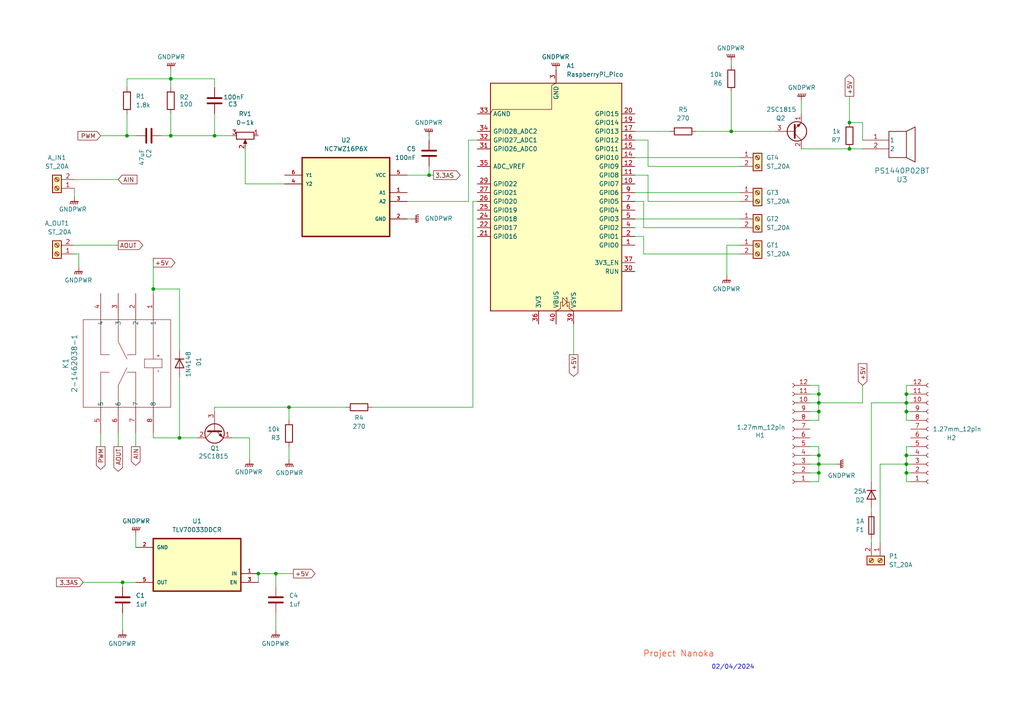
<source format=kicad_sch>
(kicad_sch (version 20250114) (generator "eeschema") (generator_version "9.0")
  (paper "A4")
  (lib_symbols
    (symbol "Symbols:1N4148" (pin_numbers (hide yes)) (pin_names (hide yes))
      (property "Reference" "D" (at 0 2.54 0))
      (property "Value" "1N4148" (at 0 -2.54 0))
      (symbol "1N4148_0_1"
        (polyline (pts (xy -1.27 1.27) (xy -1.27 -1.27)) (stroke (width 0.254)))
        (polyline (pts (xy 1.27 1.27) (xy 1.27 -1.27) (xy -1.27 0) (xy 1.27 1.27)) (stroke (width 0.254)))
        (polyline (pts (xy 1.27 0) (xy -1.27 0)))
      )
      (symbol "1N4148_1_1"
        (pin passive line (at -3.81 0 0) (length 2.54) (name "K") (number "1"))
        (pin passive line (at 3.81 0 180) (length 2.54) (name "A") (number "2"))
      )
    )
    (symbol "Symbols:2-1462038-1" (pin_names (offset 0.254))
      (property "Reference" "K" (at 20.32 10.16 0))
      (property "Value" "2-1462038-1" (at 20.32 7.62 0))
      (symbol "2-1462038-1_0_1"
        (polyline (pts (xy 7.62 5.08) (xy 7.62 -20.32)) (stroke (width 0.127)))
        (polyline (pts (xy 7.62 0) (xy 19.05 0)) (stroke (width 0.127)))
        (polyline (pts (xy 7.62 -5.08) (xy 17.78 -5.08)) (stroke (width 0.127)))
        (polyline (pts (xy 7.62 -10.16) (xy 13.97 -10.16)) (stroke (width 0.127)))
        (polyline (pts (xy 7.62 -20.32) (xy 33.02 -20.32)) (stroke (width 0.127)))
        (polyline (pts (xy 13.97 -10.16) (xy 19.05 -7.62)) (stroke (width 0.127)))
        (polyline (pts (xy 17.78 1.4288) (xy 18.415 1.4288)) (stroke (width 0.127)))
        (polyline (pts (xy 17.78 -5.08) (xy 17.78 -7.62)) (stroke (width 0.127)))
        (polyline (pts (xy 17.78 -12.7) (xy 17.78 -15.24)) (stroke (width 0.127)))
        (polyline (pts (xy 17.78 -15.24) (xy 7.62 -15.24)) (stroke (width 0.127)))
        (polyline (pts (xy 18.0975 1.7463) (xy 18.0975 1.1113)) (stroke (width 0.127)))
        (polyline (pts (xy 19.05 2.54) (xy 19.05 -2.54)) (stroke (width 0.127)))
        (polyline (pts (xy 19.05 -2.54) (xy 21.59 -2.54)) (stroke (width 0.127)))
        (polyline (pts (xy 21.59 2.54) (xy 19.05 2.54)) (stroke (width 0.127)))
        (polyline (pts (xy 21.59 0) (xy 33.02 0)) (stroke (width 0.127)))
        (polyline (pts (xy 21.59 -2.54) (xy 21.59 2.54)) (stroke (width 0.127)))
        (polyline (pts (xy 22.225 1.4288) (xy 22.86 1.4288)) (stroke (width 0.127)))
        (polyline (pts (xy 22.86 -5.08) (xy 33.02 -5.08)) (stroke (width 0.127)))
        (polyline (pts (xy 22.86 -7.62) (xy 22.86 -5.08)) (stroke (width 0.127)))
        (polyline (pts (xy 22.86 -15.24) (xy 22.86 -12.7)) (stroke (width 0.127)))
        (polyline (pts (xy 26.67 -10.16) (xy 21.59 -7.62)) (stroke (width 0.127)))
        (polyline (pts (xy 33.02 5.08) (xy 7.62 5.08)) (stroke (width 0.127)))
        (polyline (pts (xy 33.02 -10.16) (xy 26.67 -10.16)) (stroke (width 0.127)))
        (polyline (pts (xy 33.02 -15.24) (xy 22.86 -15.24)) (stroke (width 0.127)))
        (polyline (pts (xy 33.02 -20.32) (xy 33.02 5.08)) (stroke (width 0.127)))
        (pin unspecified line (at 0 0 0) (length 7.62) (name "1") (number "1"))
        (pin unspecified line (at 0 -5.08 0) (length 7.62) (name "2") (number "2"))
        (pin unspecified line (at 0 -10.16 0) (length 7.62) (name "3") (number "3"))
        (pin unspecified line (at 0 -15.24 0) (length 7.62) (name "4") (number "4"))
        (pin unspecified line (at 40.64 0 180) (length 7.62) (name "8") (number "8"))
        (pin unspecified line (at 40.64 -5.08 180) (length 7.62) (name "7") (number "7"))
        (pin unspecified line (at 40.64 -10.16 180) (length 7.62) (name "6") (number "6"))
        (pin unspecified line (at 40.64 -15.24 180) (length 7.62) (name "5") (number "5"))
      )
    )
    (symbol "Symbols:2SC1815" (pin_names (offset 0) (hide yes))
      (property "Reference" "Q" (at 5.08 1.905 0))
      (property "Value" "2SC1815" (at 5.08 0 0))
      (symbol "2SC1815_0_1"
        (polyline (pts (xy -2.54 0) (xy 0.635 0)))
        (polyline (pts (xy 0.635 1.905) (xy 0.635 -1.905)) (stroke (width 0.508)))
        (circle (center 1.27 0) (radius 2.8194) (stroke (width 0.254)))
      )
      (symbol "2SC1815_1_1"
        (polyline (pts (xy 0.635 0.635) (xy 2.54 2.54)))
        (polyline (pts (xy 0.635 -0.635) (xy 2.54 -2.54)))
        (polyline (pts (xy 1.27 -1.778) (xy 1.778 -1.27) (xy 2.286 -2.286) (xy 1.27 -1.778)) (fill (type outline)))
        (pin input line (at -5.08 0 0) (length 2.54) (name "B") (number "3"))
        (pin passive line (at 2.54 5.08 270) (length 2.54) (name "C") (number "2"))
        (pin passive line (at 2.54 -5.08 90) (length 2.54) (name "E") (number "1"))
      )
    )
    (symbol "Symbols:C" (pin_numbers (hide yes)) (pin_names (offset 0.254))
      (property "Reference" "C" (at 0.635 2.54 0))
      (property "Value" "C" (at 0.635 -2.54 0))
      (symbol "C_0_1"
        (polyline (pts (xy -2.032 0.762) (xy 2.032 0.762)) (stroke (width 0.508)))
        (polyline (pts (xy -2.032 -0.762) (xy 2.032 -0.762)) (stroke (width 0.508)))
      )
      (symbol "C_1_1"
        (pin passive line (at 0 3.81 270) (length 2.794) (name "~") (number "1"))
        (pin passive line (at 0 -3.81 90) (length 2.794) (name "~") (number "2"))
      )
    )
    (symbol "Symbols:Conn_01x12_Socket" (pin_names (offset 1.016) (hide yes))
      (property "Reference" "J" (at 0 15.24 0))
      (property "Value" "Conn_01x12_Socket" (at 0 -17.78 0))
      (symbol "Conn_01x12_Socket_1_1"
        (polyline (pts (xy -1.27 12.7) (xy -0.508 12.7)) (stroke (width 0.1524)))
        (polyline (pts (xy -1.27 10.16) (xy -0.508 10.16)) (stroke (width 0.1524)))
        (polyline (pts (xy -1.27 7.62) (xy -0.508 7.62)) (stroke (width 0.1524)))
        (polyline (pts (xy -1.27 5.08) (xy -0.508 5.08)) (stroke (width 0.1524)))
        (polyline (pts (xy -1.27 2.54) (xy -0.508 2.54)) (stroke (width 0.1524)))
        (polyline (pts (xy -1.27 0) (xy -0.508 0)) (stroke (width 0.1524)))
        (polyline (pts (xy -1.27 -2.54) (xy -0.508 -2.54)) (stroke (width 0.1524)))
        (polyline (pts (xy -1.27 -5.08) (xy -0.508 -5.08)) (stroke (width 0.1524)))
        (polyline (pts (xy -1.27 -7.62) (xy -0.508 -7.62)) (stroke (width 0.1524)))
        (polyline (pts (xy -1.27 -10.16) (xy -0.508 -10.16)) (stroke (width 0.1524)))
        (polyline (pts (xy -1.27 -12.7) (xy -0.508 -12.7)) (stroke (width 0.1524)))
        (polyline (pts (xy -1.27 -15.24) (xy -0.508 -15.24)) (stroke (width 0.1524)))
        (arc (start 0 12.192) (mid -0.5058 12.7) (end 0 13.208) (stroke (width 0.1524)))
        (arc (start 0 9.652) (mid -0.5058 10.16) (end 0 10.668) (stroke (width 0.1524)))
        (arc (start 0 7.112) (mid -0.5058 7.62) (end 0 8.128) (stroke (width 0.1524)))
        (arc (start 0 4.572) (mid -0.5058 5.08) (end 0 5.588) (stroke (width 0.1524)))
        (arc (start 0 2.032) (mid -0.5058 2.54) (end 0 3.048) (stroke (width 0.1524)))
        (arc (start 0 -0.508) (mid -0.5058 0) (end 0 0.508) (stroke (width 0.1524)))
        (arc (start 0 -3.048) (mid -0.5058 -2.54) (end 0 -2.032) (stroke (width 0.1524)))
        (arc (start 0 -5.588) (mid -0.5058 -5.08) (end 0 -4.572) (stroke (width 0.1524)))
        (arc (start 0 -8.128) (mid -0.5058 -7.62) (end 0 -7.112) (stroke (width 0.1524)))
        (arc (start 0 -10.668) (mid -0.5058 -10.16) (end 0 -9.652) (stroke (width 0.1524)))
        (arc (start 0 -13.208) (mid -0.5058 -12.7) (end 0 -12.192) (stroke (width 0.1524)))
        (arc (start 0 -15.748) (mid -0.5058 -15.24) (end 0 -14.732) (stroke (width 0.1524)))
        (pin passive line (at -5.08 12.7 0) (length 3.81) (name "Pin_1") (number "1"))
        (pin passive line (at -5.08 10.16 0) (length 3.81) (name "Pin_2") (number "2"))
        (pin passive line (at -5.08 7.62 0) (length 3.81) (name "Pin_3") (number "3"))
        (pin passive line (at -5.08 5.08 0) (length 3.81) (name "Pin_4") (number "4"))
        (pin passive line (at -5.08 2.54 0) (length 3.81) (name "Pin_5") (number "5"))
        (pin passive line (at -5.08 0 0) (length 3.81) (name "Pin_6") (number "6"))
        (pin passive line (at -5.08 -2.54 0) (length 3.81) (name "Pin_7") (number "7"))
        (pin passive line (at -5.08 -5.08 0) (length 3.81) (name "Pin_8") (number "8"))
        (pin passive line (at -5.08 -7.62 0) (length 3.81) (name "Pin_9") (number "9"))
        (pin passive line (at -5.08 -10.16 0) (length 3.81) (name "Pin_10") (number "10"))
        (pin passive line (at -5.08 -12.7 0) (length 3.81) (name "Pin_11") (number "11"))
        (pin passive line (at -5.08 -15.24 0) (length 3.81) (name "Pin_12") (number "12"))
      )
    )
    (symbol "Symbols:D" (pin_numbers (hide yes)) (pin_names (offset 1.016) (hide yes))
      (property "Reference" "D" (at 0 2.54 0))
      (property "Value" "D" (at 0 -2.54 0))
      (symbol "D_0_1"
        (polyline (pts (xy -1.27 1.27) (xy -1.27 -1.27)) (stroke (width 0.254)))
        (polyline (pts (xy 1.27 1.27) (xy 1.27 -1.27) (xy -1.27 0) (xy 1.27 1.27)) (stroke (width 0.254)))
        (polyline (pts (xy 1.27 0) (xy -1.27 0)))
      )
      (symbol "D_1_1"
        (pin passive line (at -3.81 0 0) (length 2.54) (name "K") (number "1"))
        (pin passive line (at 3.81 0 180) (length 2.54) (name "A") (number "2"))
      )
    )
    (symbol "Symbols:Fuse" (pin_numbers (hide yes)) (pin_names (offset 0))
      (property "Reference" "F" (at 2.032 0 90))
      (property "Value" "Fuse" (at -1.905 0 90))
      (symbol "Fuse_0_1"
        (rectangle (start -0.762 -2.54) (end 0.762 2.54) (stroke (width 0.254)))
        (polyline (pts (xy 0 2.54) (xy 0 -2.54)))
      )
      (symbol "Fuse_1_1"
        (pin passive line (at 0 3.81 270) (length 1.27) (name "~") (number "1"))
        (pin passive line (at 0 -3.81 90) (length 1.27) (name "~") (number "2"))
      )
    )
    (symbol "Symbols:GNDPWR" (power) (pin_numbers (hide yes)) (pin_names (offset 0) (hide yes))
      (property "Value" "GNDPWR" (at 0 -3.302 0))
      (symbol "GNDPWR_0_1"
        (polyline (pts (xy -1.016 -1.27) (xy -1.27 -2.032) (xy -1.27 -2.032)) (stroke (width 0.2032)))
        (polyline (pts (xy -0.508 -1.27) (xy -0.762 -2.032) (xy -0.762 -2.032)) (stroke (width 0.2032)))
        (polyline (pts (xy 0 -1.27) (xy 0 0)))
        (polyline (pts (xy 0 -1.27) (xy -0.254 -2.032) (xy -0.254 -2.032)) (stroke (width 0.2032)))
        (polyline (pts (xy 0.508 -1.27) (xy 0.254 -2.032) (xy 0.254 -2.032)) (stroke (width 0.2032)))
        (polyline (pts (xy 1.016 -1.27) (xy -1.016 -1.27) (xy -1.016 -1.27)) (stroke (width 0.2032)))
        (polyline (pts (xy 1.016 -1.27) (xy 0.762 -2.032) (xy 0.762 -2.032) (xy 0.762 -2.032)) (stroke (width 0.2032)))
      )
      (symbol "GNDPWR_1_1"
        (pin power_in line (at 0 0 270) (length 0) (name "~") (number "1"))
      )
    )
    (symbol "Symbols:NC7WZ16P6X" (pin_names (offset 1.016))
      (property "Reference" "U" (at -5.3662 10.2493 0))
      (property "Value" "NC7WZ16P6X" (at -5.2916 -18.7497 0))
      (symbol "NC7WZ16P6X_0_0"
        (rectangle (start -12.7 7.62) (end 12.7 -15.24) (stroke (width 0.4064)) (fill (type background)))
        (pin power_in line (at -17.78 2.54 0) (length 5.08) (name "VCC") (number "5"))
        (pin input line (at -17.78 -2.54 0) (length 5.08) (name "A1") (number "1"))
        (pin input line (at -17.78 -5.08 0) (length 5.08) (name "A2") (number "3"))
        (pin passive line (at -17.78 -10.16 0) (length 5.08) (name "GND") (number "2"))
        (pin output line (at 17.78 2.54 180) (length 5.08) (name "Y1") (number "6"))
        (pin output line (at 17.78 0 180) (length 5.08) (name "Y2") (number "4"))
      )
    )
    (symbol "Symbols:PS1440P02BT" (pin_names (offset 0.254))
      (property "Reference" "U" (at 7.62 7.62 0))
      (property "Value" "PS1440P02BT" (at 20.32 7.62 0))
      (symbol "PS1440P02BT_0_1"
        (polyline (pts (xy 7.62 2.54) (xy 7.62 -5.08)) (stroke (width 0.2032)))
        (polyline (pts (xy 7.62 -5.08) (xy 12.7 -5.08)) (stroke (width 0.2032)))
        (polyline (pts (xy 12.7 2.54) (xy 7.62 2.54)) (stroke (width 0.2032)))
        (polyline (pts (xy 12.7 2.54) (xy 15.24 3.81)) (stroke (width 0.2032)))
        (polyline (pts (xy 12.7 -5.08) (xy 12.7 2.54)) (stroke (width 0.2032)))
        (polyline (pts (xy 15.24 3.81) (xy 15.24 -6.35)) (stroke (width 0.2032)))
        (polyline (pts (xy 15.24 -6.35) (xy 12.7 -5.08)) (stroke (width 0.2032)))
        (pin unspecified line (at 0 0 0) (length 7.62) (name "1") (number "1"))
        (pin unspecified line (at 0 -2.54 0) (length 7.62) (name "2") (number "2"))
      )
    )
    (symbol "Symbols:R" (pin_numbers (hide yes)) (pin_names (offset 0))
      (property "Reference" "R" (at 2.032 0 90))
      (property "Value" "R" (at 0 0 90))
      (symbol "R_0_1"
        (rectangle (start -1.016 -2.54) (end 1.016 2.54) (stroke (width 0.254)))
      )
      (symbol "R_1_1"
        (pin passive line (at 0 3.81 270) (length 1.27) (name "~") (number "1"))
        (pin passive line (at 0 -3.81 90) (length 1.27) (name "~") (number "2"))
      )
    )
    (symbol "Symbols:R_Potentiometer" (pin_names (offset 1.016) (hide yes))
      (property "Reference" "RV" (at -4.445 0 90))
      (property "Value" "R_Potentiometer" (at -2.54 0 90))
      (symbol "R_Potentiometer_0_1"
        (rectangle (start 1.016 2.54) (end -1.016 -2.54) (stroke (width 0.254)))
        (polyline (pts (xy 1.143 0) (xy 2.286 0.508) (xy 2.286 -0.508) (xy 1.143 0)) (fill (type outline)))
        (polyline (pts (xy 2.54 0) (xy 1.524 0)))
      )
      (symbol "R_Potentiometer_1_1"
        (pin passive line (at 0 3.81 270) (length 1.27) (name "1") (number "1"))
        (pin passive line (at 0 -3.81 90) (length 1.27) (name "3") (number "3"))
        (pin passive line (at 3.81 0 180) (length 1.27) (name "2") (number "2"))
      )
    )
    (symbol "Symbols:RaspberryPi_Pico" (pin_names (offset 0.762))
      (property "Reference" "A" (at -19.05 35.56 0))
      (property "Value" "RaspberryPi_Pico" (at 7.62 35.56 0))
      (symbol "RaspberryPi_Pico_0_1"
        (rectangle (start -19.05 34.29) (end 19.05 -31.75) (stroke (width 0.254)) (fill (type background)))
        (polyline (pts (xy -5.08 34.29) (xy -3.81 33.655) (xy -3.81 31.75) (xy -3.175 31.75)))
        (polyline (pts (xy -3.429 32.766) (xy -3.429 33.02) (xy -3.175 33.02) (xy -3.175 30.48) (xy -2.921 30.48) (xy -2.921 30.734)))
        (polyline (pts (xy -3.175 31.75) (xy -1.905 33.02) (xy -1.905 30.48) (xy -3.175 31.75)))
        (polyline (pts (xy 0 34.29) (xy -1.27 33.655) (xy -1.27 31.75) (xy -1.905 31.75)))
        (polyline (pts (xy 0 -31.75) (xy 1.27 -31.115) (xy 1.27 -24.13) (xy 18.415 -24.13) (xy 19.05 -22.86)))
      )
      (symbol "RaspberryPi_Pico_1_1"
        (pin passive line (at -22.86 22.86 0) (length 3.81) (name "RUN") (number "30"))
        (pin passive line (at -22.86 20.32 0) (length 3.81) (name "3V3_EN") (number "37"))
        (pin bidirectional line (at -22.86 15.24 0) (length 3.81) (name "GPIO0") (number "1"))
        (pin bidirectional line (at -22.86 12.7 0) (length 3.81) (name "GPIO1") (number "2"))
        (pin bidirectional line (at -22.86 10.16 0) (length 3.81) (name "GPIO2") (number "4"))
        (pin bidirectional line (at -22.86 7.62 0) (length 3.81) (name "GPIO3") (number "5"))
        (pin bidirectional line (at -22.86 5.08 0) (length 3.81) (name "GPIO4") (number "6"))
        (pin bidirectional line (at -22.86 2.54 0) (length 3.81) (name "GPIO5") (number "7"))
        (pin bidirectional line (at -22.86 0 0) (length 3.81) (name "GPIO6") (number "9"))
        (pin bidirectional line (at -22.86 -2.54 0) (length 3.81) (name "GPIO7") (number "10"))
        (pin bidirectional line (at -22.86 -5.08 0) (length 3.81) (name "GPIO8") (number "11"))
        (pin bidirectional line (at -22.86 -7.62 0) (length 3.81) (name "GPIO9") (number "12"))
        (pin bidirectional line (at -22.86 -10.16 0) (length 3.81) (name "GPIO10") (number "14"))
        (pin bidirectional line (at -22.86 -12.7 0) (length 3.81) (name "GPIO11") (number "15"))
        (pin bidirectional line (at -22.86 -15.24 0) (length 3.81) (name "GPIO12") (number "16"))
        (pin bidirectional line (at -22.86 -17.78 0) (length 3.81) (name "GPIO13") (number "17"))
        (pin bidirectional line (at -22.86 -20.32 0) (length 3.81) (name "GPIO14") (number "19"))
        (pin bidirectional line (at -22.86 -22.86 0) (length 3.81) (name "GPIO15") (number "20"))
        (pin power_in line (at -5.08 38.1 270) (length 3.81) (name "VSYS") (number "39"))
        (pin power_out line (at 0 38.1 270) (length 3.81) (name "VBUS") (number "40"))
        (pin passive line (at 0 -35.56 90) (length 3.81) (hide yes) (name "GND") (number "13"))
        (pin passive line (at 0 -35.56 90) (length 3.81) (hide yes) (name "GND") (number "18"))
        (pin passive line (at 0 -35.56 90) (length 3.81) (hide yes) (name "GND") (number "23"))
        (pin passive line (at 0 -35.56 90) (length 3.81) (hide yes) (name "GND") (number "28"))
        (pin power_out line (at 0 -35.56 90) (length 3.81) (name "GND") (number "3"))
        (pin passive line (at 0 -35.56 90) (length 3.81) (hide yes) (name "GND") (number "38"))
        (pin passive line (at 0 -35.56 90) (length 3.81) (hide yes) (name "GND") (number "8"))
        (pin power_out line (at 5.08 38.1 270) (length 3.81) (name "3V3") (number "36"))
        (pin bidirectional line (at 22.86 12.7 180) (length 3.81) (name "GPIO16") (number "21"))
        (pin bidirectional line (at 22.86 10.16 180) (length 3.81) (name "GPIO17") (number "22"))
        (pin bidirectional line (at 22.86 7.62 180) (length 3.81) (name "GPIO18") (number "24"))
        (pin bidirectional line (at 22.86 5.08 180) (length 3.81) (name "GPIO19") (number "25"))
        (pin bidirectional line (at 22.86 2.54 180) (length 3.81) (name "GPIO20") (number "26"))
        (pin bidirectional line (at 22.86 0 180) (length 3.81) (name "GPIO21") (number "27"))
        (pin bidirectional line (at 22.86 -2.54 180) (length 3.81) (name "GPIO22") (number "29"))
        (pin power_in line (at 22.86 -7.62 180) (length 3.81) (name "ADC_VREF") (number "35"))
        (pin bidirectional line (at 22.86 -12.7 180) (length 3.81) (name "GPIO26_ADC0") (number "31"))
        (pin bidirectional line (at 22.86 -15.24 180) (length 3.81) (name "GPIO27_ADC1") (number "32"))
        (pin bidirectional line (at 22.86 -17.78 180) (length 3.81) (name "GPIO28_ADC2") (number "34"))
        (pin power_out line (at 22.86 -22.86 180) (length 3.81) (name "AGND") (number "33"))
      )
    )
    (symbol "Symbols:Screw_Terminal_01x02" (pin_names (offset 1.016) (hide yes))
      (property "Reference" "J" (at 0 2.54 0))
      (property "Value" "Screw_Terminal_01x02" (at 0 -5.08 0))
      (symbol "Screw_Terminal_01x02_1_1"
        (rectangle (start -1.27 1.27) (end 1.27 -3.81) (stroke (width 0.254)) (fill (type background)))
        (polyline (pts (xy -0.5334 0.3302) (xy 0.3302 -0.508)) (stroke (width 0.1524)))
        (polyline (pts (xy -0.5334 -2.2098) (xy 0.3302 -3.048)) (stroke (width 0.1524)))
        (polyline (pts (xy -0.3556 0.508) (xy 0.508 -0.3302)) (stroke (width 0.1524)))
        (polyline (pts (xy -0.3556 -2.032) (xy 0.508 -2.8702)) (stroke (width 0.1524)))
        (circle (center 0 0) (radius 0.635) (stroke (width 0.1524)))
        (circle (center 0 -2.54) (radius 0.635) (stroke (width 0.1524)))
        (pin passive line (at -5.08 0 0) (length 3.81) (name "Pin_1") (number "1"))
        (pin passive line (at -5.08 -2.54 0) (length 3.81) (name "Pin_2") (number "2"))
      )
    )
    (symbol "Symbols:TLV70033DDCR" (pin_names (offset 1.016))
      (property "Reference" "VR" (at -12.7 8.62 0))
      (property "Value" "TLV70033DDCR" (at -12.7 -11.62 0))
      (symbol "TLV70033DDCR_0_0"
        (rectangle (start -12.7 -7.62) (end 12.7 7.62) (stroke (width 0.41)) (fill (type background)))
        (pin input line (at -17.78 5.08 0) (length 5.08) (name "EN") (number "3"))
        (pin input line (at -17.78 2.54 0) (length 5.08) (name "IN") (number "1"))
        (pin output line (at 17.78 5.08 180) (length 5.08) (name "OUT") (number "5"))
        (pin power_in line (at 17.78 -5.08 180) (length 5.08) (name "GND") (number "2"))
      )
    )
  )
  (text "Project Nanoka" (at 196.85 189.738 0) (effects (font (size 1.778 1.778))))
  (text "02/04/2024" (at 212.598 193.548 0) (effects (font (size 1.27 1.27))))
  (junction (at 237.49 134.62))
  (junction (at 52.07 127))
  (junction (at 246.38 43.18))
  (junction (at 83.82 118.11))
  (junction (at 237.49 116.84))
  (junction (at 44.45 83.82))
  (junction (at 237.49 132.08))
  (junction (at 237.49 114.3))
  (junction (at 36.83 39.37))
  (junction (at 262.89 119.38))
  (junction (at 62.23 39.37))
  (junction (at 49.53 39.37))
  (junction (at 262.89 132.08))
  (junction (at 212.09 38.1))
  (junction (at 262.89 114.3))
  (junction (at 237.49 137.16))
  (junction (at 237.49 119.38))
  (junction (at 74.93 166.37))
  (junction (at 49.53 22.86))
  (junction (at 246.38 35.56))
  (junction (at 262.89 116.84))
  (junction (at 262.89 137.16))
  (junction (at 262.89 134.62))
  (junction (at 124.46 50.8))
  (junction (at 80.01 166.37))
  (junction (at 35.56 168.91))
  (wire (pts (xy 39.37 154.94) (xy 39.37 158.75)))
  (wire (pts (xy 22.86 73.66) (xy 22.86 77.47)))
  (wire (pts (xy 52.07 127) (xy 57.15 127)))
  (wire (pts (xy 262.89 119.38) (xy 264.16 119.38)))
  (wire (pts (xy 80.01 166.37) (xy 80.01 170.18)))
  (wire (pts (xy 83.82 118.11) (xy 100.33 118.11)))
  (wire (pts (xy 186.69 58.42) (xy 186.69 66.04)))
  (wire (pts (xy 262.89 116.84) (xy 262.89 119.38)))
  (wire (pts (xy 49.53 22.86) (xy 62.23 22.86)))
  (wire (pts (xy 125.73 50.8) (xy 124.46 50.8)))
  (wire (pts (xy 187.96 40.64) (xy 184.15 40.64)))
  (wire (pts (xy 80.01 166.37) (xy 85.09 166.37)))
  (wire (pts (xy 83.82 118.11) (xy 83.82 121.92)))
  (wire (pts (xy 137.16 118.11) (xy 137.16 58.42)))
  (wire (pts (xy 71.12 53.34) (xy 82.55 53.34)))
  (wire (pts (xy 184.15 38.1) (xy 194.31 38.1)))
  (wire (pts (xy 187.96 48.26) (xy 187.96 40.64)))
  (wire (pts (xy 62.23 22.86) (xy 62.23 25.4)))
  (wire (pts (xy 262.89 134.62) (xy 264.16 134.62)))
  (wire (pts (xy 201.93 38.1) (xy 212.09 38.1)))
  (wire (pts (xy 234.95 114.3) (xy 237.49 114.3)))
  (wire (pts (xy 21.59 73.66) (xy 22.86 73.66)))
  (wire (pts (xy 35.56 177.8) (xy 35.56 182.88)))
  (wire (pts (xy 21.59 54.61) (xy 21.59 57.15)))
  (wire (pts (xy 39.37 125.73) (xy 39.37 129.54)))
  (wire (pts (xy 262.89 137.16) (xy 264.16 137.16)))
  (wire (pts (xy 124.46 39.37) (xy 124.46 40.64)))
  (wire (pts (xy 255.27 157.48) (xy 255.27 134.62)))
  (wire (pts (xy 24.13 168.91) (xy 35.56 168.91)))
  (wire (pts (xy 21.59 52.07) (xy 34.29 52.07)))
  (wire (pts (xy 52.07 127) (xy 52.07 109.22)))
  (wire (pts (xy 119.38 63.5) (xy 118.11 63.5)))
  (wire (pts (xy 234.95 116.84) (xy 237.49 116.84)))
  (wire (pts (xy 186.69 73.66) (xy 186.69 68.58)))
  (wire (pts (xy 237.49 132.08) (xy 237.49 134.62)))
  (wire (pts (xy 237.49 116.84) (xy 237.49 119.38)))
  (wire (pts (xy 184.15 63.5) (xy 214.63 63.5)))
  (wire (pts (xy 62.23 33.02) (xy 62.23 39.37)))
  (wire (pts (xy 262.89 116.84) (xy 264.16 116.84)))
  (wire (pts (xy 74.93 166.37) (xy 80.01 166.37)))
  (wire (pts (xy 83.82 129.54) (xy 83.82 133.35)))
  (wire (pts (xy 262.89 132.08) (xy 262.89 134.62)))
  (wire (pts (xy 262.89 119.38) (xy 262.89 121.92)))
  (wire (pts (xy 250.19 35.56) (xy 250.19 40.64)))
  (wire (pts (xy 52.07 83.82) (xy 44.45 83.82)))
  (wire (pts (xy 262.89 134.62) (xy 262.89 137.16)))
  (wire (pts (xy 36.83 22.86) (xy 36.83 25.4)))
  (wire (pts (xy 137.16 58.42) (xy 138.43 58.42)))
  (wire (pts (xy 44.45 83.82) (xy 44.45 85.09)))
  (wire (pts (xy 212.09 26.67) (xy 212.09 38.1)))
  (wire (pts (xy 49.53 20.32) (xy 49.53 22.86)))
  (wire (pts (xy 252.73 147.32) (xy 252.73 148.59)))
  (wire (pts (xy 34.29 125.73) (xy 34.29 129.54)))
  (wire (pts (xy 62.23 118.11) (xy 62.23 119.38)))
  (wire (pts (xy 44.45 76.2) (xy 44.45 83.82)))
  (wire (pts (xy 80.01 177.8) (xy 80.01 182.88)))
  (wire (pts (xy 71.12 43.18) (xy 71.12 53.34)))
  (wire (pts (xy 234.95 134.62) (xy 237.49 134.62)))
  (wire (pts (xy 237.49 134.62) (xy 242.57 134.62)))
  (wire (pts (xy 214.63 73.66) (xy 186.69 73.66)))
  (wire (pts (xy 234.95 129.54) (xy 237.49 129.54)))
  (wire (pts (xy 135.89 58.42) (xy 135.89 40.64)))
  (wire (pts (xy 210.82 71.12) (xy 210.82 80.01)))
  (wire (pts (xy 237.49 134.62) (xy 237.49 137.16)))
  (wire (pts (xy 49.53 22.86) (xy 49.53 25.4)))
  (wire (pts (xy 186.69 58.42) (xy 184.15 58.42)))
  (wire (pts (xy 72.39 133.35) (xy 72.39 127)))
  (wire (pts (xy 36.83 22.86) (xy 49.53 22.86)))
  (wire (pts (xy 35.56 168.91) (xy 39.37 168.91)))
  (wire (pts (xy 250.19 111.76) (xy 250.19 116.84)))
  (wire (pts (xy 46.99 39.37) (xy 49.53 39.37)))
  (wire (pts (xy 74.93 166.37) (xy 74.93 168.91)))
  (wire (pts (xy 255.27 134.62) (xy 262.89 134.62)))
  (wire (pts (xy 62.23 39.37) (xy 67.31 39.37)))
  (wire (pts (xy 262.89 121.92) (xy 264.16 121.92)))
  (wire (pts (xy 214.63 58.42) (xy 187.96 58.42)))
  (wire (pts (xy 250.19 43.18) (xy 246.38 43.18)))
  (wire (pts (xy 49.53 39.37) (xy 62.23 39.37)))
  (wire (pts (xy 184.15 55.88) (xy 214.63 55.88)))
  (wire (pts (xy 52.07 127) (xy 44.45 127)))
  (wire (pts (xy 83.82 118.11) (xy 62.23 118.11)))
  (wire (pts (xy 135.89 40.64) (xy 138.43 40.64)))
  (wire (pts (xy 237.49 121.92) (xy 234.95 121.92)))
  (wire (pts (xy 234.95 137.16) (xy 237.49 137.16)))
  (wire (pts (xy 250.19 35.56) (xy 246.38 35.56)))
  (wire (pts (xy 252.73 116.84) (xy 252.73 139.7)))
  (wire (pts (xy 246.38 27.94) (xy 246.38 35.56)))
  (wire (pts (xy 234.95 119.38) (xy 237.49 119.38)))
  (wire (pts (xy 36.83 33.02) (xy 36.83 39.37)))
  (wire (pts (xy 49.53 33.02) (xy 49.53 39.37)))
  (wire (pts (xy 212.09 17.78) (xy 212.09 19.05)))
  (wire (pts (xy 252.73 116.84) (xy 262.89 116.84)))
  (wire (pts (xy 234.95 132.08) (xy 237.49 132.08)))
  (wire (pts (xy 262.89 129.54) (xy 262.89 132.08)))
  (wire (pts (xy 166.37 93.98) (xy 166.37 102.87)))
  (wire (pts (xy 237.49 114.3) (xy 237.49 116.84)))
  (wire (pts (xy 118.11 50.8) (xy 124.46 50.8)))
  (wire (pts (xy 124.46 48.26) (xy 124.46 50.8)))
  (wire (pts (xy 186.69 68.58) (xy 184.15 68.58)))
  (wire (pts (xy 262.89 111.76) (xy 264.16 111.76)))
  (wire (pts (xy 44.45 127) (xy 44.45 125.73)))
  (wire (pts (xy 252.73 156.21) (xy 252.73 157.48)))
  (wire (pts (xy 214.63 48.26) (xy 187.96 48.26)))
  (wire (pts (xy 187.96 58.42) (xy 187.96 50.8)))
  (wire (pts (xy 107.95 118.11) (xy 137.16 118.11)))
  (wire (pts (xy 72.39 127) (xy 67.31 127)))
  (wire (pts (xy 262.89 139.7) (xy 264.16 139.7)))
  (wire (pts (xy 262.89 114.3) (xy 264.16 114.3)))
  (wire (pts (xy 237.49 137.16) (xy 237.49 139.7)))
  (wire (pts (xy 36.83 39.37) (xy 39.37 39.37)))
  (wire (pts (xy 262.89 111.76) (xy 262.89 114.3)))
  (wire (pts (xy 29.21 125.73) (xy 29.21 129.54)))
  (wire (pts (xy 36.83 39.37) (xy 29.21 39.37)))
  (wire (pts (xy 262.89 114.3) (xy 262.89 116.84)))
  (wire (pts (xy 34.29 71.12) (xy 21.59 71.12)))
  (wire (pts (xy 118.11 58.42) (xy 135.89 58.42)))
  (wire (pts (xy 184.15 45.72) (xy 214.63 45.72)))
  (wire (pts (xy 234.95 139.7) (xy 237.49 139.7)))
  (wire (pts (xy 246.38 43.18) (xy 232.41 43.18)))
  (wire (pts (xy 262.89 132.08) (xy 264.16 132.08)))
  (wire (pts (xy 262.89 137.16) (xy 262.89 139.7)))
  (wire (pts (xy 237.49 129.54) (xy 237.49 132.08)))
  (wire (pts (xy 237.49 119.38) (xy 237.49 121.92)))
  (wire (pts (xy 214.63 71.12) (xy 210.82 71.12)))
  (wire (pts (xy 234.95 111.76) (xy 237.49 111.76)))
  (wire (pts (xy 35.56 168.91) (xy 35.56 170.18)))
  (wire (pts (xy 237.49 116.84) (xy 250.19 116.84)))
  (wire (pts (xy 212.09 38.1) (xy 224.79 38.1)))
  (wire (pts (xy 264.16 129.54) (xy 262.89 129.54)))
  (wire (pts (xy 232.41 33.02) (xy 232.41 29.21)))
  (wire (pts (xy 187.96 50.8) (xy 184.15 50.8)))
  (wire (pts (xy 237.49 111.76) (xy 237.49 114.3)))
  (wire (pts (xy 214.63 66.04) (xy 186.69 66.04)))
  (wire (pts (xy 52.07 101.6) (xy 52.07 83.82)))
  (global_label "+5V" (shape input) (at 250.19 111.76 90) (property "Intersheetrefs" "${INTERSHEET_REFS}" (effects (hide yes))))
  (global_label "AOUT" (shape output) (at 34.29 71.12 0) (property "Intersheetrefs" "${INTERSHEET_REFS}" (effects (hide yes))))
  (global_label "AIN" (shape input) (at 34.29 52.07 0) (property "Intersheetrefs" "${INTERSHEET_REFS}" (effects (hide yes))))
  (global_label "AOUT" (shape output) (at 34.29 129.54 270) (property "Intersheetrefs" "${INTERSHEET_REFS}" (effects (hide yes))))
  (global_label "+5V" (shape output) (at 44.45 76.2 0) (property "Intersheetrefs" "${INTERSHEET_REFS}" (effects (hide yes))))
  (global_label "PWM" (shape output) (at 29.21 129.54 270) (property "Intersheetrefs" "${INTERSHEET_REFS}" (effects (hide yes))))
  (global_label "+5V" (shape output) (at 85.09 166.37 0) (property "Intersheetrefs" "${INTERSHEET_REFS}" (effects (hide yes))))
  (global_label "+5V" (shape output) (at 246.38 27.94 90) (property "Intersheetrefs" "${INTERSHEET_REFS}" (effects (hide yes))))
  (global_label "+5V" (shape output) (at 166.37 102.87 270) (property "Intersheetrefs" "${INTERSHEET_REFS}" (effects (hide yes))))
  (global_label "3.3AS" (shape input) (at 24.13 168.91 180) (property "Intersheetrefs" "${INTERSHEET_REFS}" (effects (hide yes))))
  (global_label "AIN" (shape output) (at 39.37 129.54 270) (property "Intersheetrefs" "${INTERSHEET_REFS}" (effects (hide yes))))
  (global_label "PWM" (shape input) (at 29.21 39.37 180) (property "Intersheetrefs" "${INTERSHEET_REFS}" (effects (hide yes))))
  (global_label "3.3AS" (shape output) (at 125.73 50.8 0) (property "Intersheetrefs" "${INTERSHEET_REFS}" (effects (hide yes))))
  (symbol (lib_id "Symbols:GNDPWR") (at 35.56 182.88 0) (unit 1)
    (property "Reference" "#PWR03" (effects (hide yes)))
    (property "Value" "GNDPWR" (at 35.433 186.69 0))
    (property "Description" "Power symbol creates a global label with name \"GNDPWR\" , global ground" (effects (hide yes)))
  )
  (symbol (lib_id "Symbols:R_Potentiometer") (at 71.12 39.37 270) (unit 1)
    (property "Reference" "RV1" (at 71.12 33.02 90))
    (property "Value" "0-1k" (at 71.12 35.56 90))
    (property "Footprint" "Footprints:TRIM_3310Y-101-102L" (effects (hide yes)))
    (property "Description" "Potentiometer" (effects (hide yes)))
  )
  (symbol (lib_id "Symbols:Screw_Terminal_01x02") (at 16.51 73.66 180) (unit 1)
    (property "Reference" "A_OUT1" (at 16.51 64.77 0))
    (property "Value" "ST_20A" (at 17.272 67.31 0))
    (property "Footprint" "Footprints:CONN_1935161_PXC" (effects (hide yes)))
    (property "Description" "Generic screw terminal, single row, 01x02, script generated (kicad-library-utils/schlib/autogen/connector/)" (effects (hide yes)))
  )
  (symbol (lib_id "Symbols:Conn_01x12_Socket") (at 229.87 127 180) (unit 1)
    (property "Reference" "H1" (at 220.472 126.238 0))
    (property "Value" "1.27mm_12pin" (at 220.726 123.952 0))
    (property "Footprint" "Footprints:PinHeader_1x12_P1.27mm_Vertical_Modded" (effects (hide yes)))
    (property "Description" "Generic connector, single row, 01x12, script generated" (effects (hide yes)))
  )
  (symbol (lib_id "Symbols:R") (at 212.09 22.86 180) (unit 1)
    (property "Reference" "R6" (at 209.55 24.1301 0) (effects (justify left)))
    (property "Value" "10k" (at 209.55 21.5901 0) (effects (justify left)))
    (property "Footprint" "Footprints:STA_RNF14_STP" (effects (hide yes)))
    (property "Description" "Resistor" (effects (hide yes)))
  )
  (symbol (lib_id "Symbols:C") (at 80.01 173.99 0) (unit 1)
    (property "Reference" "C4" (at 83.82 172.7199 0) (effects (justify left)))
    (property "Value" "1uf" (at 83.82 175.2599 0) (effects (justify left)))
    (property "Footprint" "Footprints:CAP_C330C_MR_X7R_KEM" (effects (hide yes)))
    (property "Description" "Unpolarized capacitor" (effects (hide yes)))
  )
  (symbol (lib_id "Symbols:GNDPWR") (at 242.57 134.62 90) (mirror x) (unit 1)
    (property "Reference" "#PWR015" (effects (hide yes)))
    (property "Value" "GNDPWR" (at 244.094 137.922 90))
    (property "Description" "Power symbol creates a global label with name \"GNDPWR\" , global ground" (effects (hide yes)))
  )
  (symbol (lib_id "Symbols:PS1440P02BT") (at 250.19 40.64 0) (unit 1)
    (property "Reference" "U3" (at 261.62 52.07 0) (effects (font (size 1.524 1.524))))
    (property "Value" "PS1440P02BT" (at 261.62 49.53 0) (effects (font (size 1.524 1.524))))
    (property "Footprint" "Footprints:PS1440P02BT_TDK" (effects (hide yes)))
    (property "Datasheet" "PS1440P02BT" (effects (hide yes)))
  )
  (symbol (lib_id "Symbols:GNDPWR") (at 83.82 133.35 0) (mirror y) (unit 1)
    (property "Reference" "#PWR08" (effects (hide yes)))
    (property "Value" "GNDPWR" (at 83.947 137.16 0))
    (property "Description" "Power symbol creates a global label with name \"GNDPWR\" , global ground" (effects (hide yes)))
  )
  (symbol (lib_id "Symbols:C") (at 43.18 39.37 270) (unit 1)
    (property "Reference" "C2" (at 43.1801 43.18 0) (effects (justify left)))
    (property "Value" "47uF" (at 41.148 43.18 0) (effects (justify left)))
    (property "Footprint" "Footprints:CAP_UUQ_5X5P4_NCH" (effects (hide yes)))
    (property "Description" "Unpolarized capacitor" (effects (hide yes)))
  )
  (symbol (lib_id "Symbols:GNDPWR") (at 210.82 80.01 0) (unit 1)
    (property "Reference" "#PWR012" (effects (hide yes)))
    (property "Value" "GNDPWR" (at 210.693 83.82 0))
    (property "Description" "Power symbol creates a global label with name \"GNDPWR\" , global ground" (effects (hide yes)))
  )
  (symbol (lib_id "Symbols:Screw_Terminal_01x02") (at 219.71 71.12 0) (unit 1)
    (property "Reference" "GT1" (at 222.25 71.1199 0) (effects (justify left)))
    (property "Value" "ST_20A" (at 222.25 73.6599 0) (effects (justify left)))
    (property "Footprint" "Footprints:CONN_1935161_PXC" (effects (hide yes)))
    (property "Description" "Generic screw terminal, single row, 01x02, script generated (kicad-library-utils/schlib/autogen/connector/)" (effects (hide yes)))
  )
  (symbol (lib_id "Symbols:GNDPWR") (at 212.09 17.78 0) (mirror x) (unit 1)
    (property "Reference" "#PWR013" (effects (hide yes)))
    (property "Value" "GNDPWR" (at 211.963 13.97 0))
    (property "Description" "Power symbol creates a global label with name \"GNDPWR\" , global ground" (effects (hide yes)))
  )
  (symbol (lib_id "Symbols:GNDPWR") (at 232.41 29.21 180) (unit 1)
    (property "Reference" "#PWR014" (effects (hide yes)))
    (property "Value" "GNDPWR" (at 232.537 25.4 0))
    (property "Description" "Power symbol creates a global label with name \"GNDPWR\" , global ground" (effects (hide yes)))
  )
  (symbol (lib_id "Symbols:GNDPWR") (at 72.39 133.35 0) (unit 1)
    (property "Reference" "#PWR06" (effects (hide yes)))
    (property "Value" "GNDPWR" (at 72.136 136.906 0))
    (property "Description" "Power symbol creates a global label with name \"GNDPWR\" , global ground" (effects (hide yes)))
  )
  (symbol (lib_id "Symbols:GNDPWR") (at 39.37 154.94 180) (unit 1)
    (property "Reference" "#PWR04" (effects (hide yes)))
    (property "Value" "GNDPWR" (at 39.497 151.13 0))
    (property "Description" "Power symbol creates a global label with name \"GNDPWR\" , global ground" (effects (hide yes)))
  )
  (symbol (lib_id "Symbols:R") (at 49.53 29.21 180) (unit 1)
    (property "Reference" "R2" (at 52.07 28.194 0) (effects (justify right)))
    (property "Value" "100" (at 52.07 30.2261 0) (effects (justify right)))
    (property "Footprint" "Footprints:STA_CF14_STP" (effects (hide yes)))
    (property "Description" "Resistor" (effects (hide yes)))
  )
  (symbol (lib_id "Symbols:Conn_01x12_Socket") (at 269.24 127 0) (mirror x) (unit 1)
    (property "Reference" "H2" (at 274.574 127 0) (effects (justify left)))
    (property "Value" "1.27mm_12pin" (at 270.51 124.4601 0) (effects (justify left)))
    (property "Footprint" "Footprints:PinHeader_1x12_P1.27mm_Vertical_Modded" (effects (hide yes)))
    (property "Description" "Generic connector, single row, 01x12, script generated" (effects (hide yes)))
  )
  (symbol (lib_id "Symbols:R") (at 83.82 125.73 180) (unit 1)
    (property "Reference" "R3" (at 81.28 127.0001 0) (effects (justify left)))
    (property "Value" "10k" (at 81.28 124.4601 0) (effects (justify left)))
    (property "Footprint" "Footprints:STA_RNF14_STP" (effects (hide yes)))
    (property "Description" "Resistor" (effects (hide yes)))
  )
  (symbol (lib_id "Symbols:Screw_Terminal_01x02") (at 255.27 162.56 270) (unit 1)
    (property "Reference" "P1" (at 257.81 161.2899 90) (effects (justify left)))
    (property "Value" "ST_20A" (at 257.81 163.8299 90) (effects (justify left)))
    (property "Footprint" "Footprints:CONN_1935161_PXC" (effects (hide yes)))
    (property "Description" "Generic screw terminal, single row, 01x02, script generated (kicad-library-utils/schlib/autogen/connector/)" (effects (hide yes)))
  )
  (symbol (lib_id "Symbols:R") (at 104.14 118.11 90) (unit 1)
    (property "Reference" "R4" (at 104.14 121.158 90))
    (property "Value" "270" (at 104.14 123.698 90))
    (property "Footprint" "Footprints:STA_RNF14_STP" (effects (hide yes)))
    (property "Description" "Resistor" (effects (hide yes)))
  )
  (symbol (lib_id "Symbols:D") (at 252.73 143.51 270) (unit 1)
    (property "Reference" "D2" (at 249.428 145.034 90))
    (property "Value" "25A" (at 249.428 142.494 90))
    (property "Footprint" "Footprints:P33_D5.4x7.5" (effects (hide yes)))
    (property "Description" "Diode" (effects (hide yes)))
    (property "Sim.Device" "D" (effects (hide yes)))
    (property "Sim.Pins" "1=K 2=A" (effects (hide yes)))
  )
  (symbol (lib_id "Symbols:RaspberryPi_Pico") (at 161.29 55.88 180) (unit 1)
    (property "Reference" "A1" (at 164.3065 19.05 0) (effects (justify right)))
    (property "Value" "RaspberryPi_Pico" (at 164.3065 21.59 0) (effects (justify right)))
    (property "Footprint" "Footprints:RPi_Pico_SMD_TH" (effects (hide yes)))
    (property "Datasheet" "https://datasheets.raspberrypi.com/pico/pico-datasheet.pdf" (effects (hide yes)))
    (property "Description" "Versatile and inexpensive microcontroller module powered by RP2040 dual-core Arm Cortex-M0+ processor up to 133 MHz, 264kB SRAM, 2MB QSPI flash; also supports Raspberry Pi Pico 2" (effects (hide yes)))
  )
  (symbol (lib_id "Symbols:TLV70033DDCR") (at 57.15 163.83 180) (unit 1)
    (property "Reference" "U1" (at 57.15 151.13 0))
    (property "Value" "TLV70033DDCR" (at 57.15 153.67 0))
    (property "Footprint" "Footprints:SOT95P280X110-5N" (effects (hide yes)))
  )
  (symbol (lib_id "Symbols:NC7WZ16P6X") (at 100.33 53.34 0) (mirror y) (unit 1)
    (property "Reference" "U2" (at 100.33 40.64 0))
    (property "Value" "NC7WZ16P6X" (at 100.33 43.18 0))
    (property "Footprint" "Footprints:SOT65P210X110-6N" (effects (hide yes)))
    (property "MPN" "NC7WZ16P6X" (effects (hide yes)))
    (property "OC_FARNELL" "1651987" (effects (hide yes)))
    (property "OC_NEWARK" "58K2002" (effects (hide yes)))
    (property "SUPPLIER" "Fairchild Semiconductor" (effects (hide yes)))
    (property "PACKAGE" "SC-70-6" (effects (hide yes)))
  )
  (symbol (lib_id "Symbols:GNDPWR") (at 119.38 63.5 90) (mirror x) (unit 1)
    (property "Reference" "#PWR09" (effects (hide yes)))
    (property "Value" "GNDPWR" (at 123.19 63.3729 90) (effects (justify right)))
    (property "Description" "Power symbol creates a global label with name \"GNDPWR\" , global ground" (effects (hide yes)))
  )
  (symbol (lib_id "Symbols:R") (at 198.12 38.1 90) (unit 1)
    (property "Reference" "R5" (at 198.12 31.75 90))
    (property "Value" "270" (at 198.12 34.29 90))
    (property "Footprint" "Footprints:STA_RNF14_STP" (effects (hide yes)))
    (property "Description" "Resistor" (effects (hide yes)))
  )
  (symbol (lib_id "Symbols:Screw_Terminal_01x02") (at 16.51 54.61 180) (unit 1)
    (property "Reference" "A_IN1" (at 16.51 45.72 0))
    (property "Value" "ST_20A" (at 16.51 48.26 0))
    (property "Footprint" "Footprints:CONN_1935161_PXC" (effects (hide yes)))
    (property "Description" "Generic screw terminal, single row, 01x02, script generated (kicad-library-utils/schlib/autogen/connector/)" (effects (hide yes)))
  )
  (symbol (lib_id "Symbols:GNDPWR") (at 80.01 182.88 0) (unit 1)
    (property "Reference" "#PWR07" (effects (hide yes)))
    (property "Value" "GNDPWR" (at 79.883 186.69 0))
    (property "Description" "Power symbol creates a global label with name \"GNDPWR\" , global ground" (effects (hide yes)))
  )
  (symbol (lib_id "Symbols:GNDPWR") (at 161.29 20.32 0) (mirror x) (unit 1)
    (property "Reference" "#PWR011" (effects (hide yes)))
    (property "Value" "GNDPWR" (at 161.163 16.51 0))
    (property "Description" "Power symbol creates a global label with name \"GNDPWR\" , global ground" (effects (hide yes)))
  )
  (symbol (lib_id "Symbols:GNDPWR") (at 22.86 77.47 0) (unit 1)
    (property "Reference" "#PWR02" (effects (hide yes)))
    (property "Value" "GNDPWR" (at 22.733 81.28 0))
    (property "Description" "Power symbol creates a global label with name \"GNDPWR\" , global ground" (effects (hide yes)))
  )
  (symbol (lib_id "Symbols:1N4148") (at 52.07 105.41 270) (unit 1)
    (property "Reference" "D1" (at 57.658 104.902 0))
    (property "Value" "1N4148" (at 54.61 105.664 0))
    (property "Footprint" "Footprints:D_DO-35_SOD27_P7.62mm_Horizontal" (effects (hide yes)))
    (property "Datasheet" "https://assets.nexperia.com/documents/data-sheet/1N4148_1N4448.pdf" (effects (hide yes)))
    (property "Description" "100V 0.15A standard switching diode, DO-35" (effects (hide yes)))
    (property "Sim.Device" "D" (effects (hide yes)))
    (property "Sim.Pins" "1=K 2=A" (effects (hide yes)))
  )
  (symbol (lib_id "Symbols:Screw_Terminal_01x02") (at 219.71 55.88 0) (unit 1)
    (property "Reference" "GT3" (at 222.25 55.8799 0) (effects (justify left)))
    (property "Value" "ST_20A" (at 222.25 58.4199 0) (effects (justify left)))
    (property "Footprint" "Footprints:CONN_1935161_PXC" (effects (hide yes)))
    (property "Description" "Generic screw terminal, single row, 01x02, script generated (kicad-library-utils/schlib/autogen/connector/)" (effects (hide yes)))
  )
  (symbol (lib_id "Symbols:GNDPWR") (at 49.53 20.32 180) (unit 1)
    (property "Reference" "#PWR05" (effects (hide yes)))
    (property "Value" "GNDPWR" (at 49.657 16.51 0))
    (property "Description" "Power symbol creates a global label with name \"GNDPWR\" , global ground" (effects (hide yes)))
  )
  (symbol (lib_id "Symbols:C") (at 62.23 29.21 180) (unit 1)
    (property "Reference" "C3" (at 68.834 30.226 0) (effects (justify left)))
    (property "Value" "100nF" (at 70.866 28.1939 0) (effects (justify left)))
    (property "Footprint" "Footprints:CAP_C320_KEM" (effects (hide yes)))
    (property "Description" "Unpolarized capacitor" (effects (hide yes)))
  )
  (symbol (lib_id "Symbols:GNDPWR") (at 21.59 57.15 0) (unit 1)
    (property "Reference" "#PWR01" (effects (hide yes)))
    (property "Value" "GNDPWR" (at 25.146 60.706 0) (effects (justify right)))
    (property "Description" "Power symbol creates a global label with name \"GNDPWR\" , global ground" (effects (hide yes)))
  )
  (symbol (lib_id "Symbols:Screw_Terminal_01x02") (at 219.71 45.72 0) (unit 1)
    (property "Reference" "GT4" (at 222.25 45.7199 0) (effects (justify left)))
    (property "Value" "ST_20A" (at 222.25 48.2599 0) (effects (justify left)))
    (property "Footprint" "Footprints:CONN_1935161_PXC" (effects (hide yes)))
    (property "Description" "Generic screw terminal, single row, 01x02, script generated (kicad-library-utils/schlib/autogen/connector/)" (effects (hide yes)))
  )
  (symbol (lib_id "Symbols:2SC1815") (at 62.23 124.46 90) (mirror x) (unit 1)
    (property "Reference" "Q1" (at 63.754 130.048 90) (effects (justify left)))
    (property "Value" "2SC1815" (at 66.294 132.334 90) (effects (justify left)))
    (property "Footprint" "Footprints:TO-92_Inline" (effects (hide yes)))
    (property "Datasheet" "https://media.digikey.com/pdf/Data%20Sheets/Toshiba%20PDFs/2SC1815.pdf" (effects (hide yes)))
    (property "Description" "0.15A Ic, 50V Vce, Low Noise Audio NPN Transistor, TO-92" (effects (hide yes)))
  )
  (symbol (lib_id "Symbols:2SC1815") (at 229.87 38.1 0) (mirror x) (unit 1)
    (property "Reference" "Q2" (at 225.044 34.29 0) (effects (justify left)))
    (property "Value" "2SC1815" (at 222.25 31.75 0) (effects (justify left)))
    (property "Footprint" "Footprints:TO-92_Inline" (effects (hide yes)))
    (property "Datasheet" "https://media.digikey.com/pdf/Data%20Sheets/Toshiba%20PDFs/2SC1815.pdf" (effects (hide yes)))
    (property "Description" "0.15A Ic, 50V Vce, Low Noise Audio NPN Transistor, TO-92" (effects (hide yes)))
  )
  (symbol (lib_id "Symbols:GNDPWR") (at 124.46 39.37 0) (mirror x) (unit 1)
    (property "Reference" "#PWR010" (effects (hide yes)))
    (property "Value" "GNDPWR" (at 124.333 35.56 0))
    (property "Description" "Power symbol creates a global label with name \"GNDPWR\" , global ground" (effects (hide yes)))
  )
  (symbol (lib_id "Symbols:R") (at 246.38 39.37 180) (unit 1)
    (property "Reference" "R7" (at 243.84 40.6401 0) (effects (justify left)))
    (property "Value" "1k" (at 243.84 38.1001 0) (effects (justify left)))
    (property "Footprint" "Footprints:STA_RNF14_STP" (effects (hide yes)))
    (property "Description" "Resistor" (effects (hide yes)))
  )
  (symbol (lib_id "Symbols:2-1462038-1") (at 44.45 85.09 270) (unit 1)
    (property "Reference" "K1" (at 19.05 105.41 0) (effects (font (size 1.524 1.524))))
    (property "Value" "2-1462038-1" (at 21.59 105.41 0) (effects (font (size 1.524 1.524))))
    (property "Footprint" "Footprints:RELAY8-TH_NON-LATCH_1-COIL" (effects (hide yes)))
    (property "Datasheet" "2-1462038-1" (effects (hide yes)))
  )
  (symbol (lib_id "Symbols:Fuse") (at 252.73 152.4 0) (unit 1)
    (property "Reference" "F1" (at 249.428 153.67 0))
    (property "Value" "1A" (at 249.428 151.13 0))
    (property "Footprint" "Footprints:20x300_FUSE_HOLDER_0PTF0078P_LTF" (effects (hide yes)))
    (property "Description" "Fuse" (effects (hide yes)))
  )
  (symbol (lib_id "Symbols:C") (at 35.56 173.99 0) (unit 1)
    (property "Reference" "C1" (at 39.37 172.7199 0) (effects (justify left)))
    (property "Value" "1uf" (at 39.37 175.2599 0) (effects (justify left)))
    (property "Footprint" "Footprints:CAP_C330C_MR_X7R_KEM" (effects (hide yes)))
    (property "Description" "Unpolarized capacitor" (effects (hide yes)))
  )
  (symbol (lib_id "Symbols:R") (at 36.83 29.21 180) (unit 1)
    (property "Reference" "R1" (at 39.37 27.9399 0) (effects (justify right)))
    (property "Value" "1.8k" (at 39.37 30.4799 0) (effects (justify right)))
    (property "Footprint" "Footprints:STA_CF14_STP" (effects (hide yes)))
    (property "Description" "Resistor" (effects (hide yes)))
  )
  (symbol (lib_id "Symbols:C") (at 124.46 44.45 0) (mirror x) (unit 1)
    (property "Reference" "C5" (at 120.65 43.1799 0) (effects (justify right)))
    (property "Value" "100nF" (at 120.65 45.7199 0) (effects (justify right)))
    (property "Footprint" "Footprints:CAP_C320_KEM" (effects (hide yes)))
    (property "Description" "Unpolarized capacitor" (effects (hide yes)))
  )
  (symbol (lib_id "Symbols:Screw_Terminal_01x02") (at 219.71 63.5 0) (unit 1)
    (property "Reference" "GT2" (at 222.25 63.4999 0) (effects (justify left)))
    (property "Value" "ST_20A" (at 222.25 66.0399 0) (effects (justify left)))
    (property "Footprint" "Footprints:CONN_1935161_PXC" (effects (hide yes)))
    (property "Description" "Generic screw terminal, single row, 01x02, script generated (kicad-library-utils/schlib/autogen/connector/)" (effects (hide yes)))
  )
)
</source>
